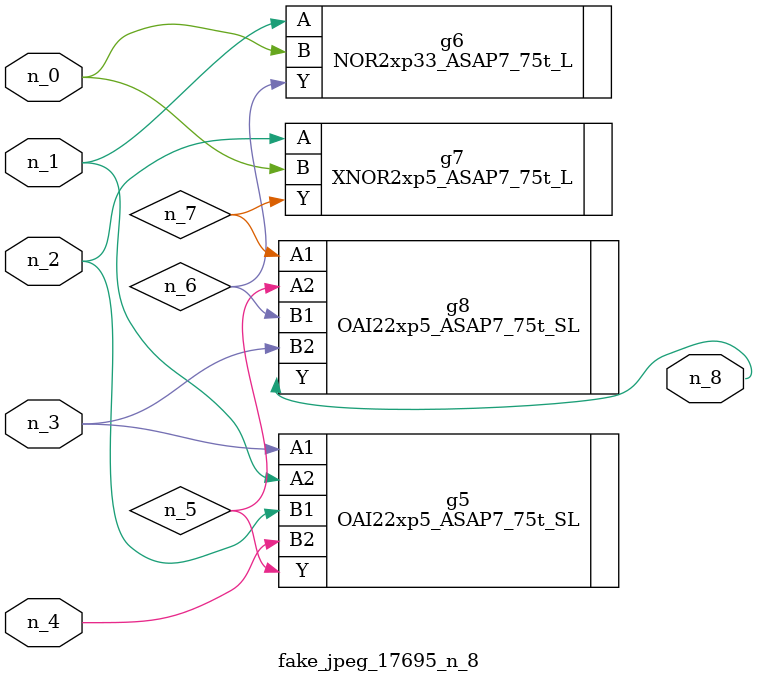
<source format=v>
module fake_jpeg_17695_n_8 (n_3, n_2, n_1, n_0, n_4, n_8);

input n_3;
input n_2;
input n_1;
input n_0;
input n_4;

output n_8;

wire n_6;
wire n_5;
wire n_7;

OAI22xp5_ASAP7_75t_SL g5 ( 
.A1(n_3),
.A2(n_1),
.B1(n_2),
.B2(n_4),
.Y(n_5)
);

NOR2xp33_ASAP7_75t_L g6 ( 
.A(n_1),
.B(n_0),
.Y(n_6)
);

XNOR2xp5_ASAP7_75t_L g7 ( 
.A(n_2),
.B(n_0),
.Y(n_7)
);

OAI22xp5_ASAP7_75t_SL g8 ( 
.A1(n_7),
.A2(n_5),
.B1(n_6),
.B2(n_3),
.Y(n_8)
);


endmodule
</source>
